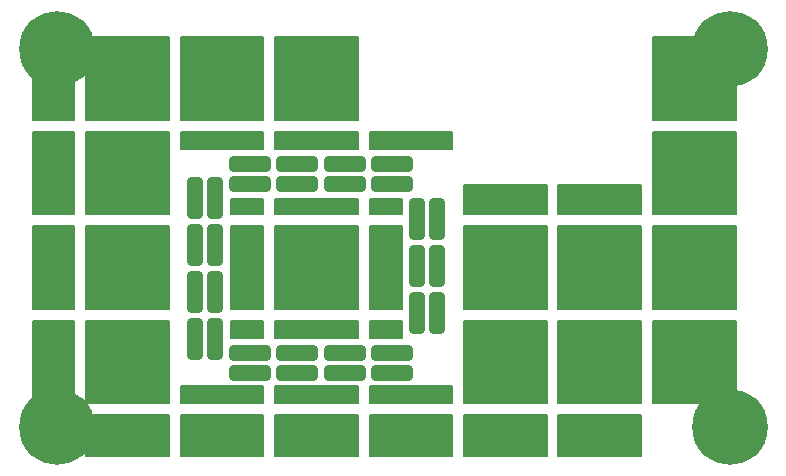
<source format=gbr>
%TF.GenerationSoftware,KiCad,Pcbnew,9.0.6*%
%TF.CreationDate,2026-02-02T20:30:56-05:00*%
%TF.ProjectId,Modular_Load,4d6f6475-6c61-4725-9f4c-6f61642e6b69,rev?*%
%TF.SameCoordinates,Original*%
%TF.FileFunction,Soldermask,Bot*%
%TF.FilePolarity,Negative*%
%FSLAX46Y46*%
G04 Gerber Fmt 4.6, Leading zero omitted, Abs format (unit mm)*
G04 Created by KiCad (PCBNEW 9.0.6) date 2026-02-02 20:30:56*
%MOMM*%
%LPD*%
G01*
G04 APERTURE LIST*
G04 Aperture macros list*
%AMRoundRect*
0 Rectangle with rounded corners*
0 $1 Rounding radius*
0 $2 $3 $4 $5 $6 $7 $8 $9 X,Y pos of 4 corners*
0 Add a 4 corners polygon primitive as box body*
4,1,4,$2,$3,$4,$5,$6,$7,$8,$9,$2,$3,0*
0 Add four circle primitives for the rounded corners*
1,1,$1+$1,$2,$3*
1,1,$1+$1,$4,$5*
1,1,$1+$1,$6,$7*
1,1,$1+$1,$8,$9*
0 Add four rect primitives between the rounded corners*
20,1,$1+$1,$2,$3,$4,$5,0*
20,1,$1+$1,$4,$5,$6,$7,0*
20,1,$1+$1,$6,$7,$8,$9,0*
20,1,$1+$1,$8,$9,$2,$3,0*%
G04 Aperture macros list end*
%ADD10C,0.150000*%
%ADD11RoundRect,0.275532X1.484468X-0.371968X1.484468X0.371968X-1.484468X0.371968X-1.484468X-0.371968X0*%
%ADD12RoundRect,0.275532X-0.371968X-1.484468X0.371968X-1.484468X0.371968X1.484468X-0.371968X1.484468X0*%
%ADD13C,6.400000*%
%ADD14RoundRect,0.275532X0.371968X1.484468X-0.371968X1.484468X-0.371968X-1.484468X0.371968X-1.484468X0*%
%ADD15RoundRect,0.275532X-1.484468X0.371968X-1.484468X-0.371968X1.484468X-0.371968X1.484468X0.371968X0*%
G04 APERTURE END LIST*
D10*
X106000000Y-92000000D02*
X113000000Y-92000000D01*
X113000000Y-95500000D01*
X106000000Y-95500000D01*
X106000000Y-92000000D01*
G36*
X106000000Y-92000000D02*
G01*
X113000000Y-92000000D01*
X113000000Y-95500000D01*
X106000000Y-95500000D01*
X106000000Y-92000000D01*
G37*
X98000000Y-92000000D02*
X105000000Y-92000000D01*
X105000000Y-95500000D01*
X98000000Y-95500000D01*
X98000000Y-92000000D01*
G36*
X98000000Y-92000000D02*
G01*
X105000000Y-92000000D01*
X105000000Y-95500000D01*
X98000000Y-95500000D01*
X98000000Y-92000000D01*
G37*
X93500000Y-68000000D02*
X97000000Y-68000000D01*
X97000000Y-75000000D01*
X93500000Y-75000000D01*
X93500000Y-68000000D01*
G36*
X93500000Y-68000000D02*
G01*
X97000000Y-68000000D01*
X97000000Y-75000000D01*
X93500000Y-75000000D01*
X93500000Y-68000000D01*
G37*
X138000000Y-76000000D02*
X145000000Y-76000000D01*
X145000000Y-83000000D01*
X138000000Y-83000000D01*
X138000000Y-76000000D01*
G36*
X138000000Y-76000000D02*
G01*
X145000000Y-76000000D01*
X145000000Y-83000000D01*
X138000000Y-83000000D01*
X138000000Y-76000000D01*
G37*
X122000000Y-73750126D02*
X124750000Y-73750126D01*
X124750000Y-75000000D01*
X122000000Y-75000000D01*
X122000000Y-73750126D01*
G36*
X122000000Y-73750126D02*
G01*
X124750000Y-73750126D01*
X124750000Y-75000000D01*
X122000000Y-75000000D01*
X122000000Y-73750126D01*
G37*
X122000000Y-92000000D02*
X129000000Y-92000000D01*
X129000000Y-95500000D01*
X122000000Y-95500000D01*
X122000000Y-92000000D01*
G36*
X122000000Y-92000000D02*
G01*
X129000000Y-92000000D01*
X129000000Y-95500000D01*
X122000000Y-95500000D01*
X122000000Y-92000000D01*
G37*
X122000000Y-89500000D02*
X129000000Y-89500000D01*
X129000000Y-91000000D01*
X122000000Y-91000000D01*
X122000000Y-89500000D01*
G36*
X122000000Y-89500000D02*
G01*
X129000000Y-89500000D01*
X129000000Y-91000000D01*
X122000000Y-91000000D01*
X122000000Y-89500000D01*
G37*
X138000000Y-72500000D02*
X145000000Y-72500000D01*
X145000000Y-75000000D01*
X138000000Y-75000000D01*
X138000000Y-72500000D01*
G36*
X138000000Y-72500000D02*
G01*
X145000000Y-72500000D01*
X145000000Y-75000000D01*
X138000000Y-75000000D01*
X138000000Y-72500000D01*
G37*
X130000000Y-72500000D02*
X137000000Y-72500000D01*
X137000000Y-75000000D01*
X130000000Y-75000000D01*
X130000000Y-72500000D01*
G36*
X130000000Y-72500000D02*
G01*
X137000000Y-72500000D01*
X137000000Y-75000000D01*
X130000000Y-75000000D01*
X130000000Y-72500000D01*
G37*
X106000000Y-89500000D02*
X113000000Y-89500000D01*
X113000000Y-91000000D01*
X106000000Y-91000000D01*
X106000000Y-89500000D01*
G36*
X106000000Y-89500000D02*
G01*
X113000000Y-89500000D01*
X113000000Y-91000000D01*
X106000000Y-91000000D01*
X106000000Y-89500000D01*
G37*
X114000000Y-92000000D02*
X121000000Y-92000000D01*
X121000000Y-95500000D01*
X114000000Y-95500000D01*
X114000000Y-92000000D01*
G36*
X114000000Y-92000000D02*
G01*
X121000000Y-92000000D01*
X121000000Y-95500000D01*
X114000000Y-95500000D01*
X114000000Y-92000000D01*
G37*
X114000000Y-73750000D02*
X121000000Y-73750000D01*
X121000000Y-75000000D01*
X114000000Y-75000000D01*
X114000000Y-73750000D01*
G36*
X114000000Y-73750000D02*
G01*
X121000000Y-73750000D01*
X121000000Y-75000000D01*
X114000000Y-75000000D01*
X114000000Y-73750000D01*
G37*
X122000000Y-68000000D02*
X129000000Y-68000000D01*
X129000000Y-69500000D01*
X122000000Y-69500000D01*
X122000000Y-68000000D01*
G36*
X122000000Y-68000000D02*
G01*
X129000000Y-68000000D01*
X129000000Y-69500000D01*
X122000000Y-69500000D01*
X122000000Y-68000000D01*
G37*
X110250000Y-84000000D02*
X113000000Y-84000000D01*
X113000000Y-85500000D01*
X110250000Y-85500000D01*
X110250000Y-84000000D01*
G36*
X110250000Y-84000000D02*
G01*
X113000000Y-84000000D01*
X113000000Y-85500000D01*
X110250000Y-85500000D01*
X110250000Y-84000000D01*
G37*
X122000000Y-84000000D02*
X124750000Y-84000000D01*
X124750000Y-85500000D01*
X122000000Y-85500000D01*
X122000000Y-84000000D01*
G36*
X122000000Y-84000000D02*
G01*
X124750000Y-84000000D01*
X124750000Y-85500000D01*
X122000000Y-85500000D01*
X122000000Y-84000000D01*
G37*
X93500000Y-76000000D02*
X97000000Y-76000000D01*
X97000000Y-83000000D01*
X93500000Y-83000000D01*
X93500000Y-76000000D01*
G36*
X93500000Y-76000000D02*
G01*
X97000000Y-76000000D01*
X97000000Y-83000000D01*
X93500000Y-83000000D01*
X93500000Y-76000000D01*
G37*
X130000000Y-84000000D02*
X137000000Y-84000000D01*
X137000000Y-91000000D01*
X130000000Y-91000000D01*
X130000000Y-84000000D01*
G36*
X130000000Y-84000000D02*
G01*
X137000000Y-84000000D01*
X137000000Y-91000000D01*
X130000000Y-91000000D01*
X130000000Y-84000000D01*
G37*
X114000000Y-84000000D02*
X121000000Y-84000000D01*
X121000000Y-85500000D01*
X114000000Y-85500000D01*
X114000000Y-84000000D01*
G36*
X114000000Y-84000000D02*
G01*
X121000000Y-84000000D01*
X121000000Y-85500000D01*
X114000000Y-85500000D01*
X114000000Y-84000000D01*
G37*
X98000000Y-60000000D02*
X105000000Y-60000000D01*
X105000000Y-67000000D01*
X98000000Y-67000000D01*
X98000000Y-60000000D01*
G36*
X98000000Y-60000000D02*
G01*
X105000000Y-60000000D01*
X105000000Y-67000000D01*
X98000000Y-67000000D01*
X98000000Y-60000000D01*
G37*
X98000000Y-68000000D02*
X105000000Y-68000000D01*
X105000000Y-75000000D01*
X98000000Y-75000000D01*
X98000000Y-68000000D01*
G36*
X98000000Y-68000000D02*
G01*
X105000000Y-68000000D01*
X105000000Y-75000000D01*
X98000000Y-75000000D01*
X98000000Y-68000000D01*
G37*
X146000000Y-84000000D02*
X153000000Y-84000000D01*
X153000000Y-91000000D01*
X146000000Y-91000000D01*
X146000000Y-84000000D01*
G36*
X146000000Y-84000000D02*
G01*
X153000000Y-84000000D01*
X153000000Y-91000000D01*
X146000000Y-91000000D01*
X146000000Y-84000000D01*
G37*
X106000000Y-68000000D02*
X113000000Y-68000000D01*
X113000000Y-69500000D01*
X106000000Y-69500000D01*
X106000000Y-68000000D01*
G36*
X106000000Y-68000000D02*
G01*
X113000000Y-68000000D01*
X113000000Y-69500000D01*
X106000000Y-69500000D01*
X106000000Y-68000000D01*
G37*
X93500000Y-61000000D02*
X97000000Y-61000000D01*
X97000000Y-67000000D01*
X93500000Y-67000000D01*
X93500000Y-61000000D01*
G36*
X93500000Y-61000000D02*
G01*
X97000000Y-61000000D01*
X97000000Y-67000000D01*
X93500000Y-67000000D01*
X93500000Y-61000000D01*
G37*
X146000000Y-76000000D02*
X153000000Y-76000000D01*
X153000000Y-83000000D01*
X146000000Y-83000000D01*
X146000000Y-76000000D01*
G36*
X146000000Y-76000000D02*
G01*
X153000000Y-76000000D01*
X153000000Y-83000000D01*
X146000000Y-83000000D01*
X146000000Y-76000000D01*
G37*
X114000000Y-60000000D02*
X121000000Y-60000000D01*
X121000000Y-67000000D01*
X114000000Y-67000000D01*
X114000000Y-60000000D01*
G36*
X114000000Y-60000000D02*
G01*
X121000000Y-60000000D01*
X121000000Y-67000000D01*
X114000000Y-67000000D01*
X114000000Y-60000000D01*
G37*
X138000000Y-84000000D02*
X145000000Y-84000000D01*
X145000000Y-91000000D01*
X138000000Y-91000000D01*
X138000000Y-84000000D01*
G36*
X138000000Y-84000000D02*
G01*
X145000000Y-84000000D01*
X145000000Y-91000000D01*
X138000000Y-91000000D01*
X138000000Y-84000000D01*
G37*
X138000000Y-92000000D02*
X145000000Y-92000000D01*
X145000000Y-95500000D01*
X138000000Y-95500000D01*
X138000000Y-92000000D01*
G36*
X138000000Y-92000000D02*
G01*
X145000000Y-92000000D01*
X145000000Y-95500000D01*
X138000000Y-95500000D01*
X138000000Y-92000000D01*
G37*
X98000000Y-84000000D02*
X105000000Y-84000000D01*
X105000000Y-91000000D01*
X98000000Y-91000000D01*
X98000000Y-84000000D01*
G36*
X98000000Y-84000000D02*
G01*
X105000000Y-84000000D01*
X105000000Y-91000000D01*
X98000000Y-91000000D01*
X98000000Y-84000000D01*
G37*
X146000000Y-68000000D02*
X153000000Y-68000000D01*
X153000000Y-75000000D01*
X146000000Y-75000000D01*
X146000000Y-68000000D01*
G36*
X146000000Y-68000000D02*
G01*
X153000000Y-68000000D01*
X153000000Y-75000000D01*
X146000000Y-75000000D01*
X146000000Y-68000000D01*
G37*
X98000000Y-76000000D02*
X105000000Y-76000000D01*
X105000000Y-83000000D01*
X98000000Y-83000000D01*
X98000000Y-76000000D01*
G36*
X98000000Y-76000000D02*
G01*
X105000000Y-76000000D01*
X105000000Y-83000000D01*
X98000000Y-83000000D01*
X98000000Y-76000000D01*
G37*
X93500000Y-84000000D02*
X97000000Y-84000000D01*
X97000000Y-91000000D01*
X93500000Y-91000000D01*
X93500000Y-84000000D01*
G36*
X93500000Y-84000000D02*
G01*
X97000000Y-84000000D01*
X97000000Y-91000000D01*
X93500000Y-91000000D01*
X93500000Y-84000000D01*
G37*
X106000000Y-60000000D02*
X113000000Y-60000000D01*
X113000000Y-67050000D01*
X106000000Y-67050000D01*
X106000000Y-60000000D01*
G36*
X106000000Y-60000000D02*
G01*
X113000000Y-60000000D01*
X113000000Y-67050000D01*
X106000000Y-67050000D01*
X106000000Y-60000000D01*
G37*
X130000000Y-76000000D02*
X137000000Y-76000000D01*
X137000000Y-83000000D01*
X130000000Y-83000000D01*
X130000000Y-76000000D01*
G36*
X130000000Y-76000000D02*
G01*
X137000000Y-76000000D01*
X137000000Y-83000000D01*
X130000000Y-83000000D01*
X130000000Y-76000000D01*
G37*
X110250000Y-76000000D02*
X113000000Y-76000000D01*
X113000000Y-83000000D01*
X110250000Y-83000000D01*
X110250000Y-76000000D01*
G36*
X110250000Y-76000000D02*
G01*
X113000000Y-76000000D01*
X113000000Y-83000000D01*
X110250000Y-83000000D01*
X110250000Y-76000000D01*
G37*
X130000000Y-92000000D02*
X137000000Y-92000000D01*
X137000000Y-95500000D01*
X130000000Y-95500000D01*
X130000000Y-92000000D01*
G36*
X130000000Y-92000000D02*
G01*
X137000000Y-92000000D01*
X137000000Y-95500000D01*
X130000000Y-95500000D01*
X130000000Y-92000000D01*
G37*
X122000000Y-76000000D02*
X124750000Y-76000000D01*
X124750000Y-83000000D01*
X122000000Y-83000000D01*
X122000000Y-76000000D01*
G36*
X122000000Y-76000000D02*
G01*
X124750000Y-76000000D01*
X124750000Y-83000000D01*
X122000000Y-83000000D01*
X122000000Y-76000000D01*
G37*
X110250000Y-73750000D02*
X113000000Y-73750000D01*
X113000000Y-75000000D01*
X110250000Y-75000000D01*
X110250000Y-73750000D01*
G36*
X110250000Y-73750000D02*
G01*
X113000000Y-73750000D01*
X113000000Y-75000000D01*
X110250000Y-75000000D01*
X110250000Y-73750000D01*
G37*
X114000000Y-76000000D02*
X121000000Y-76000000D01*
X121000000Y-83000000D01*
X114000000Y-83000000D01*
X114000000Y-76000000D01*
G36*
X114000000Y-76000000D02*
G01*
X121000000Y-76000000D01*
X121000000Y-83000000D01*
X114000000Y-83000000D01*
X114000000Y-76000000D01*
G37*
X114000000Y-89500000D02*
X121000000Y-89500000D01*
X121000000Y-91000000D01*
X114000000Y-91000000D01*
X114000000Y-89500000D01*
G36*
X114000000Y-89500000D02*
G01*
X121000000Y-89500000D01*
X121000000Y-91000000D01*
X114000000Y-91000000D01*
X114000000Y-89500000D01*
G37*
X114000000Y-68000000D02*
X121000000Y-68000000D01*
X121000000Y-69500000D01*
X114000000Y-69500000D01*
X114000000Y-68000000D01*
G36*
X114000000Y-68000000D02*
G01*
X121000000Y-68000000D01*
X121000000Y-69500000D01*
X114000000Y-69500000D01*
X114000000Y-68000000D01*
G37*
X146000000Y-60000000D02*
X153000000Y-60000000D01*
X153000000Y-67000000D01*
X146000000Y-67000000D01*
X146000000Y-60000000D01*
G36*
X146000000Y-60000000D02*
G01*
X153000000Y-60000000D01*
X153000000Y-67000000D01*
X146000000Y-67000000D01*
X146000000Y-60000000D01*
G37*
D11*
%TO.C,TJ15*%
X123900000Y-72437500D03*
X123900000Y-70762500D03*
%TD*%
D12*
%TO.C,TJ21*%
X126062500Y-75400000D03*
X127737500Y-75400000D03*
%TD*%
D13*
%TO.C,REF\u002A\u002A*%
X95500000Y-93000000D03*
%TD*%
D14*
%TO.C,TJ9*%
X108937500Y-73600000D03*
X107262500Y-73600000D03*
%TD*%
%TO.C,TJ12*%
X108937500Y-85600000D03*
X107262500Y-85600000D03*
%TD*%
D15*
%TO.C,TJ13*%
X111900000Y-86762500D03*
X111900000Y-88437500D03*
%TD*%
%TO.C,TJ20*%
X119900000Y-86762500D03*
X119900000Y-88437500D03*
%TD*%
%TO.C,TJ14*%
X115900000Y-86762500D03*
X115900000Y-88437500D03*
%TD*%
D13*
%TO.C,REF\u002A\u002A*%
X152500000Y-93000000D03*
%TD*%
D12*
%TO.C,TJ23*%
X126062500Y-79400000D03*
X127737500Y-79400000D03*
%TD*%
D11*
%TO.C,TJ17*%
X115900000Y-72437500D03*
X115900000Y-70762500D03*
%TD*%
D13*
%TO.C,REF\u002A\u002A*%
X95500000Y-61000000D03*
%TD*%
D14*
%TO.C,TJ10*%
X108937500Y-77600000D03*
X107262500Y-77600000D03*
%TD*%
D13*
%TO.C,REF\u002A\u002A*%
X152500000Y-61000000D03*
%TD*%
D11*
%TO.C,TJ16*%
X119900000Y-72437500D03*
X119900000Y-70762500D03*
%TD*%
D12*
%TO.C,TJ22*%
X126062500Y-83400000D03*
X127737500Y-83400000D03*
%TD*%
D11*
%TO.C,TJ18*%
X111900000Y-72437500D03*
X111900000Y-70762500D03*
%TD*%
D15*
%TO.C,TJ19*%
X123900000Y-86762500D03*
X123900000Y-88437500D03*
%TD*%
D14*
%TO.C,TJ11*%
X108937500Y-81600000D03*
X107262500Y-81600000D03*
%TD*%
M02*

</source>
